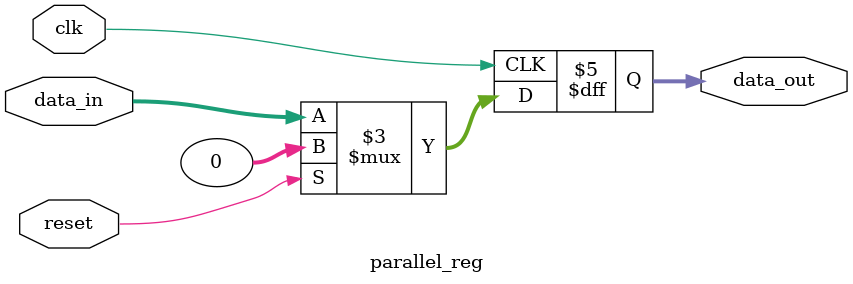
<source format=v>
module parallel_reg (data_in, clk, reset, data_out);
  parameter WIDTH = 32;
  input [WIDTH-1:0] data_in;
  input clk, reset;
  output [WIDTH-1:0] data_out;
  
  wire [WIDTH-1:0] data_in;
  wire clk, reset;
  reg [WIDTH-1:0] data_out;

  always @(posedge clk) begin
    if (reset) data_out <= 0;
    else data_out <= data_in;
  end

endmodule

</source>
